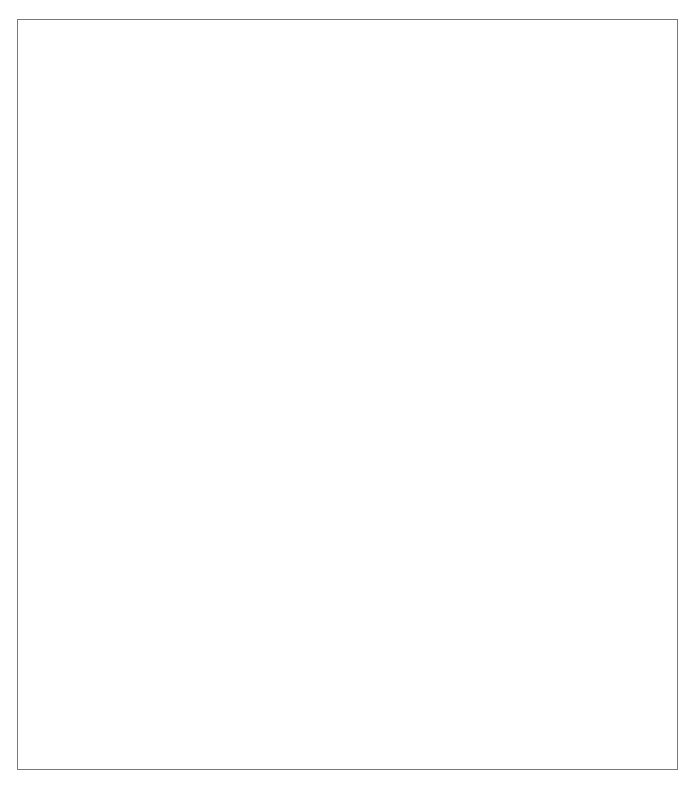
<source format=gbr>
%TF.GenerationSoftware,KiCad,Pcbnew,7.0.2-0*%
%TF.CreationDate,2023-11-13T17:50:45-05:00*%
%TF.ProjectId,Euro Power CV Shield,4575726f-2050-46f7-9765-722043562053,rev?*%
%TF.SameCoordinates,Original*%
%TF.FileFunction,Profile,NP*%
%FSLAX46Y46*%
G04 Gerber Fmt 4.6, Leading zero omitted, Abs format (unit mm)*
G04 Created by KiCad (PCBNEW 7.0.2-0) date 2023-11-13 17:50:45*
%MOMM*%
%LPD*%
G01*
G04 APERTURE LIST*
%TA.AperFunction,Profile*%
%ADD10C,0.050000*%
%TD*%
G04 APERTURE END LIST*
D10*
X104140000Y-73660000D02*
X160020000Y-73660000D01*
X160020000Y-137160000D01*
X104140000Y-137160000D01*
X104140000Y-73660000D01*
M02*

</source>
